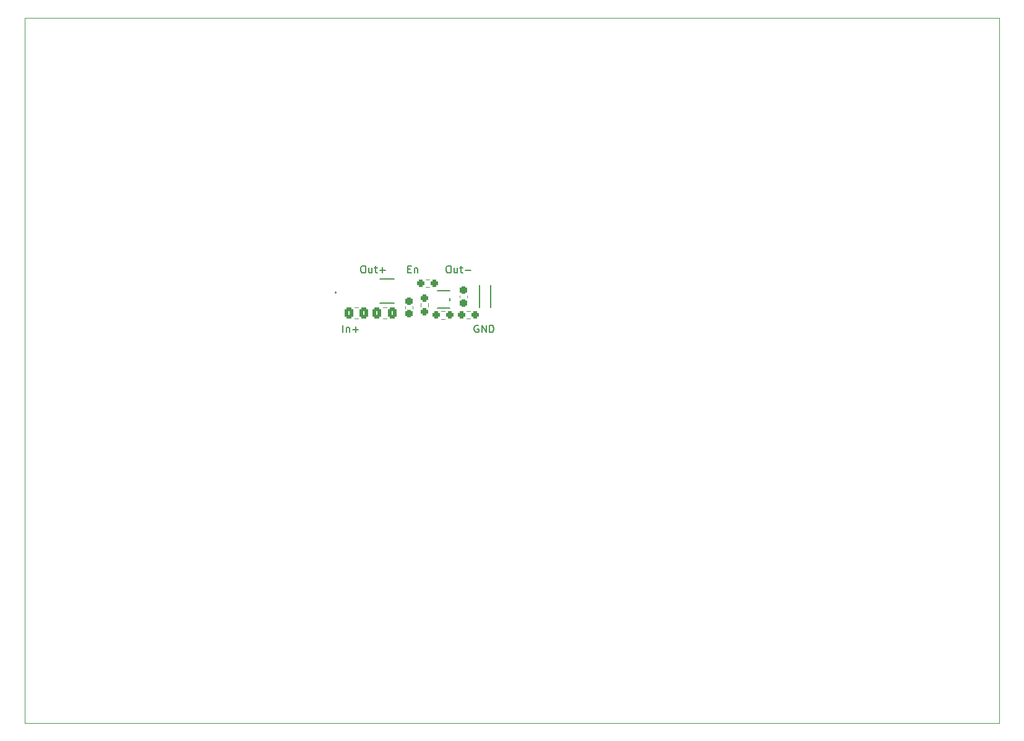
<source format=gbr>
%TF.GenerationSoftware,KiCad,Pcbnew,7.0.7*%
%TF.CreationDate,2023-11-19T15:45:15+03:00*%
%TF.ProjectId,Main_PCB_002,4d61696e-5f50-4434-925f-3030322e6b69,rev?*%
%TF.SameCoordinates,Original*%
%TF.FileFunction,Legend,Top*%
%TF.FilePolarity,Positive*%
%FSLAX46Y46*%
G04 Gerber Fmt 4.6, Leading zero omitted, Abs format (unit mm)*
G04 Created by KiCad (PCBNEW 7.0.7) date 2023-11-19 15:45:15*
%MOMM*%
%LPD*%
G01*
G04 APERTURE LIST*
G04 Aperture macros list*
%AMRoundRect*
0 Rectangle with rounded corners*
0 $1 Rounding radius*
0 $2 $3 $4 $5 $6 $7 $8 $9 X,Y pos of 4 corners*
0 Add a 4 corners polygon primitive as box body*
4,1,4,$2,$3,$4,$5,$6,$7,$8,$9,$2,$3,0*
0 Add four circle primitives for the rounded corners*
1,1,$1+$1,$2,$3*
1,1,$1+$1,$4,$5*
1,1,$1+$1,$6,$7*
1,1,$1+$1,$8,$9*
0 Add four rect primitives between the rounded corners*
20,1,$1+$1,$2,$3,$4,$5,0*
20,1,$1+$1,$4,$5,$6,$7,0*
20,1,$1+$1,$6,$7,$8,$9,0*
20,1,$1+$1,$8,$9,$2,$3,0*%
G04 Aperture macros list end*
%ADD10C,0.100000*%
%ADD11C,0.150000*%
%ADD12C,0.152400*%
%ADD13C,0.120000*%
%ADD14R,1.168400X0.304800*%
%ADD15C,1.600000*%
%ADD16RoundRect,0.250000X-0.337500X-0.475000X0.337500X-0.475000X0.337500X0.475000X-0.337500X0.475000X0*%
%ADD17RoundRect,0.237500X-0.237500X0.300000X-0.237500X-0.300000X0.237500X-0.300000X0.237500X0.300000X0*%
%ADD18R,0.600800X1.111200*%
%ADD19RoundRect,0.237500X0.250000X0.237500X-0.250000X0.237500X-0.250000X-0.237500X0.250000X-0.237500X0*%
%ADD20RoundRect,0.237500X-0.250000X-0.237500X0.250000X-0.237500X0.250000X0.237500X-0.250000X0.237500X0*%
%ADD21RoundRect,0.237500X-0.237500X0.250000X-0.237500X-0.250000X0.237500X-0.250000X0.237500X0.250000X0*%
%ADD22R,1.549400X3.098800*%
%ADD23R,1.003300X0.558800*%
G04 APERTURE END LIST*
D10*
X63500000Y-53340000D02*
X196850000Y-53340000D01*
X196850000Y-149860000D02*
X63500000Y-149860000D01*
X196850000Y-53340000D02*
X196850000Y-149860000D01*
X63500000Y-149860000D02*
X63500000Y-53340000D01*
D11*
X107016779Y-96389819D02*
X107016779Y-95389819D01*
X107492969Y-95723152D02*
X107492969Y-96389819D01*
X107492969Y-95818390D02*
X107540588Y-95770771D01*
X107540588Y-95770771D02*
X107635826Y-95723152D01*
X107635826Y-95723152D02*
X107778683Y-95723152D01*
X107778683Y-95723152D02*
X107873921Y-95770771D01*
X107873921Y-95770771D02*
X107921540Y-95866009D01*
X107921540Y-95866009D02*
X107921540Y-96389819D01*
X108397731Y-96008866D02*
X109159636Y-96008866D01*
X108778683Y-96389819D02*
X108778683Y-95627914D01*
X115906779Y-87738009D02*
X116240112Y-87738009D01*
X116382969Y-88261819D02*
X115906779Y-88261819D01*
X115906779Y-88261819D02*
X115906779Y-87261819D01*
X115906779Y-87261819D02*
X116382969Y-87261819D01*
X116811541Y-87595152D02*
X116811541Y-88261819D01*
X116811541Y-87690390D02*
X116859160Y-87642771D01*
X116859160Y-87642771D02*
X116954398Y-87595152D01*
X116954398Y-87595152D02*
X117097255Y-87595152D01*
X117097255Y-87595152D02*
X117192493Y-87642771D01*
X117192493Y-87642771D02*
X117240112Y-87738009D01*
X117240112Y-87738009D02*
X117240112Y-88261819D01*
X125574588Y-95437438D02*
X125479350Y-95389819D01*
X125479350Y-95389819D02*
X125336493Y-95389819D01*
X125336493Y-95389819D02*
X125193636Y-95437438D01*
X125193636Y-95437438D02*
X125098398Y-95532676D01*
X125098398Y-95532676D02*
X125050779Y-95627914D01*
X125050779Y-95627914D02*
X125003160Y-95818390D01*
X125003160Y-95818390D02*
X125003160Y-95961247D01*
X125003160Y-95961247D02*
X125050779Y-96151723D01*
X125050779Y-96151723D02*
X125098398Y-96246961D01*
X125098398Y-96246961D02*
X125193636Y-96342200D01*
X125193636Y-96342200D02*
X125336493Y-96389819D01*
X125336493Y-96389819D02*
X125431731Y-96389819D01*
X125431731Y-96389819D02*
X125574588Y-96342200D01*
X125574588Y-96342200D02*
X125622207Y-96294580D01*
X125622207Y-96294580D02*
X125622207Y-95961247D01*
X125622207Y-95961247D02*
X125431731Y-95961247D01*
X126050779Y-96389819D02*
X126050779Y-95389819D01*
X126050779Y-95389819D02*
X126622207Y-96389819D01*
X126622207Y-96389819D02*
X126622207Y-95389819D01*
X127098398Y-96389819D02*
X127098398Y-95389819D01*
X127098398Y-95389819D02*
X127336493Y-95389819D01*
X127336493Y-95389819D02*
X127479350Y-95437438D01*
X127479350Y-95437438D02*
X127574588Y-95532676D01*
X127574588Y-95532676D02*
X127622207Y-95627914D01*
X127622207Y-95627914D02*
X127669826Y-95818390D01*
X127669826Y-95818390D02*
X127669826Y-95961247D01*
X127669826Y-95961247D02*
X127622207Y-96151723D01*
X127622207Y-96151723D02*
X127574588Y-96246961D01*
X127574588Y-96246961D02*
X127479350Y-96342200D01*
X127479350Y-96342200D02*
X127336493Y-96389819D01*
X127336493Y-96389819D02*
X127098398Y-96389819D01*
X121431255Y-87261819D02*
X121621731Y-87261819D01*
X121621731Y-87261819D02*
X121716969Y-87309438D01*
X121716969Y-87309438D02*
X121812207Y-87404676D01*
X121812207Y-87404676D02*
X121859826Y-87595152D01*
X121859826Y-87595152D02*
X121859826Y-87928485D01*
X121859826Y-87928485D02*
X121812207Y-88118961D01*
X121812207Y-88118961D02*
X121716969Y-88214200D01*
X121716969Y-88214200D02*
X121621731Y-88261819D01*
X121621731Y-88261819D02*
X121431255Y-88261819D01*
X121431255Y-88261819D02*
X121336017Y-88214200D01*
X121336017Y-88214200D02*
X121240779Y-88118961D01*
X121240779Y-88118961D02*
X121193160Y-87928485D01*
X121193160Y-87928485D02*
X121193160Y-87595152D01*
X121193160Y-87595152D02*
X121240779Y-87404676D01*
X121240779Y-87404676D02*
X121336017Y-87309438D01*
X121336017Y-87309438D02*
X121431255Y-87261819D01*
X122716969Y-87595152D02*
X122716969Y-88261819D01*
X122288398Y-87595152D02*
X122288398Y-88118961D01*
X122288398Y-88118961D02*
X122336017Y-88214200D01*
X122336017Y-88214200D02*
X122431255Y-88261819D01*
X122431255Y-88261819D02*
X122574112Y-88261819D01*
X122574112Y-88261819D02*
X122669350Y-88214200D01*
X122669350Y-88214200D02*
X122716969Y-88166580D01*
X123050303Y-87595152D02*
X123431255Y-87595152D01*
X123193160Y-87261819D02*
X123193160Y-88118961D01*
X123193160Y-88118961D02*
X123240779Y-88214200D01*
X123240779Y-88214200D02*
X123336017Y-88261819D01*
X123336017Y-88261819D02*
X123431255Y-88261819D01*
X123764589Y-87880866D02*
X124526494Y-87880866D01*
X109747255Y-87261819D02*
X109937731Y-87261819D01*
X109937731Y-87261819D02*
X110032969Y-87309438D01*
X110032969Y-87309438D02*
X110128207Y-87404676D01*
X110128207Y-87404676D02*
X110175826Y-87595152D01*
X110175826Y-87595152D02*
X110175826Y-87928485D01*
X110175826Y-87928485D02*
X110128207Y-88118961D01*
X110128207Y-88118961D02*
X110032969Y-88214200D01*
X110032969Y-88214200D02*
X109937731Y-88261819D01*
X109937731Y-88261819D02*
X109747255Y-88261819D01*
X109747255Y-88261819D02*
X109652017Y-88214200D01*
X109652017Y-88214200D02*
X109556779Y-88118961D01*
X109556779Y-88118961D02*
X109509160Y-87928485D01*
X109509160Y-87928485D02*
X109509160Y-87595152D01*
X109509160Y-87595152D02*
X109556779Y-87404676D01*
X109556779Y-87404676D02*
X109652017Y-87309438D01*
X109652017Y-87309438D02*
X109747255Y-87261819D01*
X111032969Y-87595152D02*
X111032969Y-88261819D01*
X110604398Y-87595152D02*
X110604398Y-88118961D01*
X110604398Y-88118961D02*
X110652017Y-88214200D01*
X110652017Y-88214200D02*
X110747255Y-88261819D01*
X110747255Y-88261819D02*
X110890112Y-88261819D01*
X110890112Y-88261819D02*
X110985350Y-88214200D01*
X110985350Y-88214200D02*
X111032969Y-88166580D01*
X111366303Y-87595152D02*
X111747255Y-87595152D01*
X111509160Y-87261819D02*
X111509160Y-88118961D01*
X111509160Y-88118961D02*
X111556779Y-88214200D01*
X111556779Y-88214200D02*
X111652017Y-88261819D01*
X111652017Y-88261819D02*
X111747255Y-88261819D01*
X112080589Y-87880866D02*
X112842494Y-87880866D01*
X112461541Y-88261819D02*
X112461541Y-87499914D01*
D12*
%TO.C,U2*%
X119978800Y-93060751D02*
X121629800Y-93060751D01*
X121629800Y-90647751D02*
X119978800Y-90647751D01*
X121629800Y-92019110D02*
X121629800Y-91689392D01*
D13*
%TO.C,C1*%
X112493248Y-92991000D02*
X113015752Y-92991000D01*
X112493248Y-94461000D02*
X113015752Y-94461000D01*
%TO.C,C4*%
X124057500Y-91341983D02*
X124057500Y-91634517D01*
X123037500Y-91341983D02*
X123037500Y-91634517D01*
%TO.C,C3*%
X108604248Y-92991000D02*
X109126752Y-92991000D01*
X108604248Y-94461000D02*
X109126752Y-94461000D01*
%TO.C,C2*%
X116588000Y-92817733D02*
X116588000Y-93110267D01*
X115568000Y-92817733D02*
X115568000Y-93110267D01*
D12*
%TO.C,CR1*%
X125690000Y-89888000D02*
X125690000Y-92992000D01*
X127294000Y-92992000D02*
X127294000Y-89888000D01*
D13*
%TO.C,R1*%
X118872724Y-90184500D02*
X118363276Y-90184500D01*
X118872724Y-89139500D02*
X118363276Y-89139500D01*
%TO.C,R4*%
X124460724Y-94502500D02*
X123951276Y-94502500D01*
X124460724Y-93457500D02*
X123951276Y-93457500D01*
%TO.C,R2*%
X120498776Y-93505750D02*
X121008224Y-93505750D01*
X120498776Y-94550750D02*
X121008224Y-94550750D01*
%TO.C,R3*%
X118736000Y-92400026D02*
X118736000Y-92909474D01*
X117691000Y-92400026D02*
X117691000Y-92909474D01*
D12*
%TO.C,L1*%
X106122300Y-90932000D02*
G75*
G03*
X106122300Y-90932000I-76200J0D01*
G01*
%TO.C,U1*%
X112072250Y-92394999D02*
X114078850Y-92394999D01*
X114078850Y-89092999D02*
X112072250Y-89092999D01*
%TD*%
%LPC*%
D14*
%TO.C,U2*%
X119839100Y-91204252D03*
X119839100Y-91854251D03*
X119839100Y-92504250D03*
X121769500Y-92504250D03*
X121769500Y-91204252D03*
%TD*%
D15*
%TO.C,D4*%
X107950000Y-87884000D03*
%TD*%
%TO.C,D1*%
X123547500Y-95806250D03*
%TD*%
%TO.C,D5*%
X119888000Y-87932250D03*
%TD*%
D16*
%TO.C,C1*%
X111717000Y-93726000D03*
X113792000Y-93726000D03*
%TD*%
D17*
%TO.C,C4*%
X123547500Y-90625750D03*
X123547500Y-92350750D03*
%TD*%
D16*
%TO.C,C3*%
X107828000Y-93726000D03*
X109903000Y-93726000D03*
%TD*%
D17*
%TO.C,C2*%
X116078000Y-92101500D03*
X116078000Y-93826500D03*
%TD*%
D18*
%TO.C,CR1*%
X126492000Y-89715000D03*
X126492000Y-93165000D03*
%TD*%
D15*
%TO.C,D2*%
X110744000Y-95758000D03*
%TD*%
D19*
%TO.C,R1*%
X119530500Y-89662000D03*
X117705500Y-89662000D03*
%TD*%
%TO.C,R4*%
X125118500Y-93980000D03*
X123293500Y-93980000D03*
%TD*%
D15*
%TO.C,D3*%
X114554000Y-87884000D03*
%TD*%
D20*
%TO.C,R2*%
X119841000Y-94028250D03*
X121666000Y-94028250D03*
%TD*%
D21*
%TO.C,R3*%
X118213500Y-91742250D03*
X118213500Y-93567250D03*
%TD*%
D22*
%TO.C,L1*%
X107938400Y-90932000D03*
X109792600Y-90932000D03*
%TD*%
D23*
%TO.C,U1*%
X111697600Y-89793998D03*
X111697600Y-90743999D03*
X111697600Y-91694000D03*
X114453500Y-91694000D03*
X114453500Y-90743999D03*
X114453500Y-89793998D03*
%TD*%
%LPD*%
M02*

</source>
